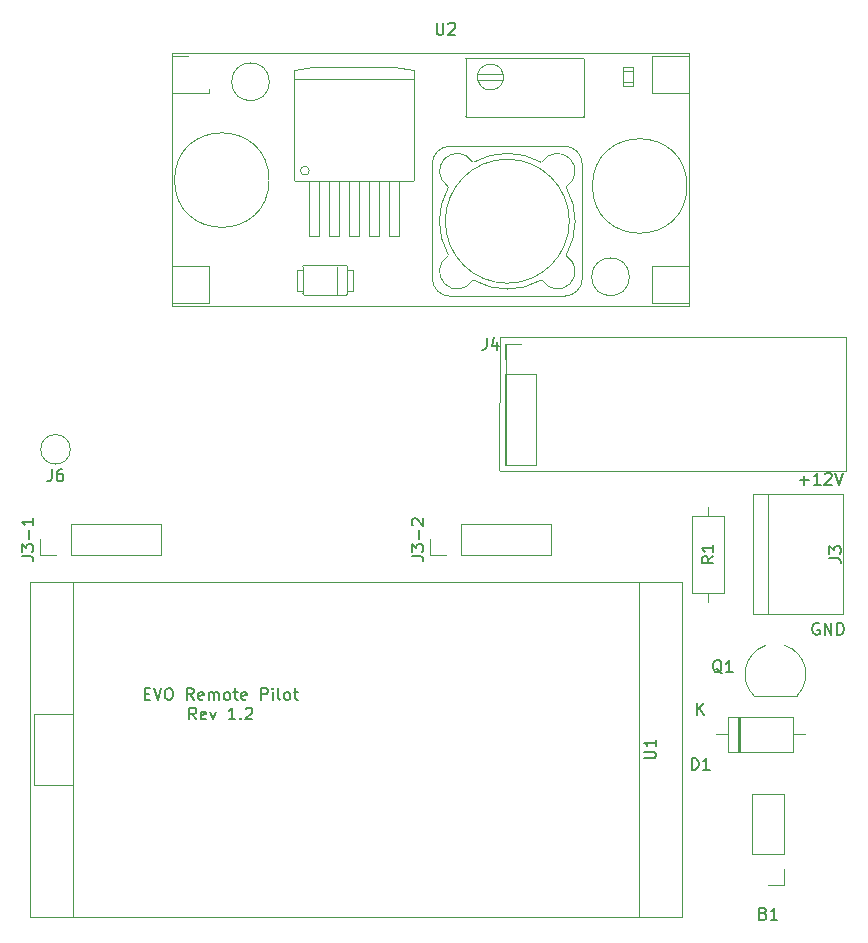
<source format=gbr>
G04 #@! TF.GenerationSoftware,KiCad,Pcbnew,(5.1.6-0)*
G04 #@! TF.CreationDate,2022-05-24T21:55:46+02:00*
G04 #@! TF.ProjectId,ESP32EvoPilotRemote,45535033-3245-4766-9f50-696c6f745265,rev?*
G04 #@! TF.SameCoordinates,Original*
G04 #@! TF.FileFunction,Legend,Top*
G04 #@! TF.FilePolarity,Positive*
%FSLAX46Y46*%
G04 Gerber Fmt 4.6, Leading zero omitted, Abs format (unit mm)*
G04 Created by KiCad (PCBNEW (5.1.6-0)) date 2022-05-24 21:55:46*
%MOMM*%
%LPD*%
G01*
G04 APERTURE LIST*
%ADD10C,0.120000*%
%ADD11C,0.200000*%
%ADD12C,0.150000*%
G04 APERTURE END LIST*
D10*
X132842000Y-107238800D02*
X103632000Y-107238800D01*
X132994400Y-106070400D02*
X132994400Y-107238800D01*
X132994400Y-107238800D02*
X132842000Y-107238800D01*
D11*
X130683095Y-120150000D02*
X130587857Y-120102380D01*
X130445000Y-120102380D01*
X130302142Y-120150000D01*
X130206904Y-120245238D01*
X130159285Y-120340476D01*
X130111666Y-120530952D01*
X130111666Y-120673809D01*
X130159285Y-120864285D01*
X130206904Y-120959523D01*
X130302142Y-121054761D01*
X130445000Y-121102380D01*
X130540238Y-121102380D01*
X130683095Y-121054761D01*
X130730714Y-121007142D01*
X130730714Y-120673809D01*
X130540238Y-120673809D01*
X131159285Y-121102380D02*
X131159285Y-120102380D01*
X131730714Y-121102380D01*
X131730714Y-120102380D01*
X132206904Y-121102380D02*
X132206904Y-120102380D01*
X132445000Y-120102380D01*
X132587857Y-120150000D01*
X132683095Y-120245238D01*
X132730714Y-120340476D01*
X132778333Y-120530952D01*
X132778333Y-120673809D01*
X132730714Y-120864285D01*
X132683095Y-120959523D01*
X132587857Y-121054761D01*
X132445000Y-121102380D01*
X132206904Y-121102380D01*
X129048095Y-108021428D02*
X129810000Y-108021428D01*
X129429047Y-108402380D02*
X129429047Y-107640476D01*
X130810000Y-108402380D02*
X130238571Y-108402380D01*
X130524285Y-108402380D02*
X130524285Y-107402380D01*
X130429047Y-107545238D01*
X130333809Y-107640476D01*
X130238571Y-107688095D01*
X131190952Y-107497619D02*
X131238571Y-107450000D01*
X131333809Y-107402380D01*
X131571904Y-107402380D01*
X131667142Y-107450000D01*
X131714761Y-107497619D01*
X131762380Y-107592857D01*
X131762380Y-107688095D01*
X131714761Y-107830952D01*
X131143333Y-108402380D01*
X131762380Y-108402380D01*
X132048095Y-107402380D02*
X132381428Y-108402380D01*
X132714761Y-107402380D01*
D12*
X73581428Y-126103571D02*
X73914761Y-126103571D01*
X74057619Y-126627380D02*
X73581428Y-126627380D01*
X73581428Y-125627380D01*
X74057619Y-125627380D01*
X74343333Y-125627380D02*
X74676666Y-126627380D01*
X75010000Y-125627380D01*
X75533809Y-125627380D02*
X75724285Y-125627380D01*
X75819523Y-125675000D01*
X75914761Y-125770238D01*
X75962380Y-125960714D01*
X75962380Y-126294047D01*
X75914761Y-126484523D01*
X75819523Y-126579761D01*
X75724285Y-126627380D01*
X75533809Y-126627380D01*
X75438571Y-126579761D01*
X75343333Y-126484523D01*
X75295714Y-126294047D01*
X75295714Y-125960714D01*
X75343333Y-125770238D01*
X75438571Y-125675000D01*
X75533809Y-125627380D01*
X77724285Y-126627380D02*
X77390952Y-126151190D01*
X77152857Y-126627380D02*
X77152857Y-125627380D01*
X77533809Y-125627380D01*
X77629047Y-125675000D01*
X77676666Y-125722619D01*
X77724285Y-125817857D01*
X77724285Y-125960714D01*
X77676666Y-126055952D01*
X77629047Y-126103571D01*
X77533809Y-126151190D01*
X77152857Y-126151190D01*
X78533809Y-126579761D02*
X78438571Y-126627380D01*
X78248095Y-126627380D01*
X78152857Y-126579761D01*
X78105238Y-126484523D01*
X78105238Y-126103571D01*
X78152857Y-126008333D01*
X78248095Y-125960714D01*
X78438571Y-125960714D01*
X78533809Y-126008333D01*
X78581428Y-126103571D01*
X78581428Y-126198809D01*
X78105238Y-126294047D01*
X79010000Y-126627380D02*
X79010000Y-125960714D01*
X79010000Y-126055952D02*
X79057619Y-126008333D01*
X79152857Y-125960714D01*
X79295714Y-125960714D01*
X79390952Y-126008333D01*
X79438571Y-126103571D01*
X79438571Y-126627380D01*
X79438571Y-126103571D02*
X79486190Y-126008333D01*
X79581428Y-125960714D01*
X79724285Y-125960714D01*
X79819523Y-126008333D01*
X79867142Y-126103571D01*
X79867142Y-126627380D01*
X80486190Y-126627380D02*
X80390952Y-126579761D01*
X80343333Y-126532142D01*
X80295714Y-126436904D01*
X80295714Y-126151190D01*
X80343333Y-126055952D01*
X80390952Y-126008333D01*
X80486190Y-125960714D01*
X80629047Y-125960714D01*
X80724285Y-126008333D01*
X80771904Y-126055952D01*
X80819523Y-126151190D01*
X80819523Y-126436904D01*
X80771904Y-126532142D01*
X80724285Y-126579761D01*
X80629047Y-126627380D01*
X80486190Y-126627380D01*
X81105238Y-125960714D02*
X81486190Y-125960714D01*
X81248095Y-125627380D02*
X81248095Y-126484523D01*
X81295714Y-126579761D01*
X81390952Y-126627380D01*
X81486190Y-126627380D01*
X82200476Y-126579761D02*
X82105238Y-126627380D01*
X81914761Y-126627380D01*
X81819523Y-126579761D01*
X81771904Y-126484523D01*
X81771904Y-126103571D01*
X81819523Y-126008333D01*
X81914761Y-125960714D01*
X82105238Y-125960714D01*
X82200476Y-126008333D01*
X82248095Y-126103571D01*
X82248095Y-126198809D01*
X81771904Y-126294047D01*
X83438571Y-126627380D02*
X83438571Y-125627380D01*
X83819523Y-125627380D01*
X83914761Y-125675000D01*
X83962380Y-125722619D01*
X84010000Y-125817857D01*
X84010000Y-125960714D01*
X83962380Y-126055952D01*
X83914761Y-126103571D01*
X83819523Y-126151190D01*
X83438571Y-126151190D01*
X84438571Y-126627380D02*
X84438571Y-125960714D01*
X84438571Y-125627380D02*
X84390952Y-125675000D01*
X84438571Y-125722619D01*
X84486190Y-125675000D01*
X84438571Y-125627380D01*
X84438571Y-125722619D01*
X85057619Y-126627380D02*
X84962380Y-126579761D01*
X84914761Y-126484523D01*
X84914761Y-125627380D01*
X85581428Y-126627380D02*
X85486190Y-126579761D01*
X85438571Y-126532142D01*
X85390952Y-126436904D01*
X85390952Y-126151190D01*
X85438571Y-126055952D01*
X85486190Y-126008333D01*
X85581428Y-125960714D01*
X85724285Y-125960714D01*
X85819523Y-126008333D01*
X85867142Y-126055952D01*
X85914761Y-126151190D01*
X85914761Y-126436904D01*
X85867142Y-126532142D01*
X85819523Y-126579761D01*
X85724285Y-126627380D01*
X85581428Y-126627380D01*
X86200476Y-125960714D02*
X86581428Y-125960714D01*
X86343333Y-125627380D02*
X86343333Y-126484523D01*
X86390952Y-126579761D01*
X86486190Y-126627380D01*
X86581428Y-126627380D01*
X77938571Y-128277380D02*
X77605238Y-127801190D01*
X77367142Y-128277380D02*
X77367142Y-127277380D01*
X77748095Y-127277380D01*
X77843333Y-127325000D01*
X77890952Y-127372619D01*
X77938571Y-127467857D01*
X77938571Y-127610714D01*
X77890952Y-127705952D01*
X77843333Y-127753571D01*
X77748095Y-127801190D01*
X77367142Y-127801190D01*
X78748095Y-128229761D02*
X78652857Y-128277380D01*
X78462380Y-128277380D01*
X78367142Y-128229761D01*
X78319523Y-128134523D01*
X78319523Y-127753571D01*
X78367142Y-127658333D01*
X78462380Y-127610714D01*
X78652857Y-127610714D01*
X78748095Y-127658333D01*
X78795714Y-127753571D01*
X78795714Y-127848809D01*
X78319523Y-127944047D01*
X79129047Y-127610714D02*
X79367142Y-128277380D01*
X79605238Y-127610714D01*
X81271904Y-128277380D02*
X80700476Y-128277380D01*
X80986190Y-128277380D02*
X80986190Y-127277380D01*
X80890952Y-127420238D01*
X80795714Y-127515476D01*
X80700476Y-127563095D01*
X81700476Y-128182142D02*
X81748095Y-128229761D01*
X81700476Y-128277380D01*
X81652857Y-128229761D01*
X81700476Y-128182142D01*
X81700476Y-128277380D01*
X82129047Y-127372619D02*
X82176666Y-127325000D01*
X82271904Y-127277380D01*
X82510000Y-127277380D01*
X82605238Y-127325000D01*
X82652857Y-127372619D01*
X82700476Y-127467857D01*
X82700476Y-127563095D01*
X82652857Y-127705952D01*
X82081428Y-128277380D01*
X82700476Y-128277380D01*
D10*
X103581200Y-107188000D02*
X103632000Y-95910400D01*
X104140000Y-106680000D02*
X104140000Y-96520000D01*
X132994400Y-95910400D02*
X132994400Y-106070400D01*
X103657400Y-95885000D02*
X132867400Y-95885000D01*
X79050000Y-74930000D02*
X79050000Y-75240000D01*
X75920000Y-72080000D02*
X77220000Y-72080000D01*
X75920000Y-75235000D02*
X79050000Y-75240000D01*
X75920000Y-89860000D02*
X79050000Y-89860000D01*
X79050000Y-89860000D02*
X79050000Y-93020000D01*
X75920000Y-93020000D02*
X79050000Y-93020000D01*
X116530000Y-72080000D02*
X119645000Y-72080000D01*
X116530000Y-75240000D02*
X119690000Y-75240000D01*
X116530000Y-75240000D02*
X116530000Y-72080000D01*
X116530000Y-89860000D02*
X119645000Y-89860000D01*
X116530000Y-93020000D02*
X119645000Y-93020000D01*
X116530000Y-93020000D02*
X116530000Y-89860000D01*
X87518179Y-81814594D02*
G75*
G03*
X87518179Y-81814594I-375000J0D01*
G01*
X114629000Y-90805000D02*
G75*
G03*
X114629000Y-90805000I-1599000J0D01*
G01*
X84148999Y-74295000D02*
G75*
G03*
X84148999Y-74295000I-1598999J0D01*
G01*
X109537397Y-86095796D02*
G75*
G03*
X109537397Y-86095796I-5250000J0D01*
G01*
X119499307Y-83115206D02*
G75*
G03*
X119499307Y-83115206I-4000000J0D01*
G01*
X84116666Y-82617418D02*
G75*
G03*
X84116666Y-82617418I-4000000J0D01*
G01*
X90752636Y-90454696D02*
X90752636Y-90360144D01*
X89881358Y-89943217D02*
X89881358Y-92243217D01*
X87480233Y-87356670D02*
X87480233Y-82726670D01*
X88320233Y-87356670D02*
X88320233Y-82726670D01*
X87480233Y-87356670D02*
X88320233Y-87356670D01*
X89180233Y-87356670D02*
X89180233Y-82726670D01*
X90020233Y-87356670D02*
X90020233Y-82726670D01*
X89180233Y-87356670D02*
X90020233Y-87356670D01*
X90880233Y-87356670D02*
X90880233Y-82726670D01*
X91720233Y-87356670D02*
X91720233Y-82726670D01*
X90880233Y-87356670D02*
X91720233Y-87356670D01*
X92580233Y-87356670D02*
X92580233Y-82726670D01*
X93420233Y-87356670D02*
X93420233Y-82726670D01*
X92580233Y-87356670D02*
X93420233Y-87356670D01*
X94280233Y-87356670D02*
X94280233Y-82726670D01*
X95120233Y-87356670D02*
X95120233Y-82726670D01*
X94280233Y-87356670D02*
X95120233Y-87356670D01*
X86219233Y-74664149D02*
X86219233Y-74825687D01*
X86220233Y-82649106D02*
X86220233Y-73297610D01*
X86220233Y-82649106D02*
X86297797Y-82726670D01*
X86297797Y-82726670D02*
X96302670Y-82726670D01*
X96380233Y-82649106D02*
X96380233Y-73297610D01*
X96302670Y-82726670D02*
X96380233Y-82649106D01*
X96380233Y-74086670D02*
X86220233Y-74086670D01*
X86220233Y-73297610D02*
X87870233Y-73006671D01*
X87870233Y-73006671D02*
X94730233Y-73006671D01*
X94730233Y-73006671D02*
X96380233Y-73297610D01*
X86951636Y-92243217D02*
X86951636Y-89943217D01*
X90651636Y-92343217D02*
X87051636Y-92343217D01*
X90751636Y-89943217D02*
X90751636Y-92243217D01*
X87051636Y-89843217D02*
X90651636Y-89843217D01*
X91201636Y-90218217D02*
X91201636Y-91968217D01*
X91201636Y-91968217D02*
X90751636Y-91968217D01*
X90751636Y-90218217D02*
X91201636Y-90218217D01*
X86951636Y-91968217D02*
X86501636Y-91968217D01*
X86501636Y-91968217D02*
X86501636Y-90218217D01*
X86501636Y-90218217D02*
X86951636Y-90218217D01*
X75915000Y-93275000D02*
X119665000Y-93275000D01*
X75915000Y-71825000D02*
X75915000Y-93275000D01*
X119665000Y-71825000D02*
X75915000Y-71825000D01*
X119665000Y-93275000D02*
X119665000Y-71825000D01*
X114918681Y-73040296D02*
X114118681Y-73040296D01*
X114118681Y-73360296D02*
X114918681Y-73360296D01*
X97937397Y-81245796D02*
X97937397Y-90945796D01*
X109137397Y-79745796D02*
X99437397Y-79745796D01*
X110637397Y-90945796D02*
X110637397Y-81245796D01*
X99437397Y-92445796D02*
X109137397Y-92445796D01*
X101830553Y-74142294D02*
X103909014Y-74142294D01*
X103909014Y-73642295D02*
X101830553Y-73642295D01*
X101806385Y-73610900D02*
X101830553Y-73642295D01*
X101818594Y-73667294D02*
X101830553Y-73642295D01*
X101818594Y-73667294D02*
X101794147Y-73662062D01*
X101818594Y-73667294D02*
X101825764Y-73636075D01*
X100819783Y-72292295D02*
X110719783Y-72292295D01*
X100769783Y-77242294D02*
X100769783Y-72342295D01*
X110719783Y-77292294D02*
X100819783Y-77292294D01*
X110769783Y-72342295D02*
X110769783Y-77242294D01*
X109328978Y-72291295D02*
X109284106Y-72291295D01*
X109412312Y-72291295D02*
X109378357Y-72291295D01*
X114918681Y-74320295D02*
X114118681Y-74320295D01*
X114918681Y-74640295D02*
X114118681Y-74640295D01*
X114918681Y-73040296D02*
X114918681Y-74640295D01*
X114118681Y-74640295D02*
X114118681Y-73040296D01*
X110719783Y-72292295D02*
G75*
G02*
X110769783Y-72342295I0J-50000D01*
G01*
X100819783Y-77292294D02*
G75*
G02*
X100769783Y-77242294I0J50000D01*
G01*
X100769783Y-72342295D02*
G75*
G02*
X100819783Y-72292295I50000J0D01*
G01*
X110769783Y-77242294D02*
G75*
G02*
X110719783Y-77292294I-50000J0D01*
G01*
X101794147Y-74122527D02*
G75*
G02*
X101806385Y-74173690I1075636J230233D01*
G01*
X107257183Y-81059531D02*
G75*
G02*
X107123011Y-81093617I-84857J52908D01*
G01*
X99285217Y-88931409D02*
G75*
G02*
X99251132Y-89065582I-86994J-49316D01*
G01*
X99251131Y-83126011D02*
G75*
G02*
X99285218Y-83260183I-52908J-84857D01*
G01*
X101451783Y-81093618D02*
G75*
G02*
X101317611Y-81059531I-49315J86995D01*
G01*
X99251132Y-83126011D02*
G75*
G02*
X101317611Y-81059531I793624J1272855D01*
G01*
X109323662Y-89065582D02*
G75*
G02*
X107257183Y-91132062I-793624J-1272855D01*
G01*
X101451784Y-81093617D02*
G75*
G02*
X107123011Y-81093617I2835613J-5002179D01*
G01*
X99285218Y-88931410D02*
G75*
G02*
X99285218Y-83260183I5002179J2835614D01*
G01*
X101317611Y-91132062D02*
G75*
G02*
X99251132Y-89065582I-1272855J793625D01*
G01*
X107123011Y-91097975D02*
G75*
G02*
X107257183Y-91132062I49315J-86995D01*
G01*
X99437397Y-92445796D02*
G75*
G02*
X97937397Y-90945796I0J1500000D01*
G01*
X109137397Y-79745796D02*
G75*
G02*
X110637397Y-81245796I0J-1500000D01*
G01*
X97937397Y-81245796D02*
G75*
G02*
X99437397Y-79745796I1500000J0D01*
G01*
X101317611Y-91132062D02*
G75*
G02*
X101451783Y-91097976I84857J-52908D01*
G01*
X107257183Y-81059531D02*
G75*
G02*
X109323662Y-83126011I1272855J-793625D01*
G01*
X110637397Y-90945796D02*
G75*
G02*
X109137397Y-92445796I-1500000J0D01*
G01*
X109289576Y-83260183D02*
G75*
G02*
X109289576Y-88931410I-5002179J-2835613D01*
G01*
X109323663Y-89065582D02*
G75*
G02*
X109289576Y-88931410I52908J84857D01*
G01*
X107123011Y-91097976D02*
G75*
G02*
X101451783Y-91097976I-2835614J5002180D01*
G01*
X109289577Y-83260184D02*
G75*
G02*
X109323662Y-83126011I86994J49316D01*
G01*
X86951636Y-89943217D02*
G75*
G02*
X87051636Y-89843217I100000J0D01*
G01*
X90651636Y-89843217D02*
G75*
G02*
X90751636Y-89943217I0J-100000D01*
G01*
X90751636Y-92243217D02*
G75*
G02*
X90651636Y-92343217I-100000J0D01*
G01*
X87051636Y-92343217D02*
G75*
G02*
X86951636Y-92243217I0J100000D01*
G01*
X64240000Y-127810000D02*
X67540000Y-127810000D01*
X64240000Y-133810000D02*
X64240000Y-127810000D01*
X67540000Y-133810000D02*
X64240000Y-133810000D01*
X115400000Y-135543333D02*
X115400000Y-126076667D01*
X64640000Y-145010000D02*
X63840000Y-145010000D01*
X63840000Y-145010000D02*
X63840000Y-116610000D01*
X119040000Y-145010000D02*
X64640000Y-145010000D01*
X119040000Y-116610000D02*
X119040000Y-145010000D01*
X119040000Y-116610000D02*
X63840000Y-116610000D01*
X115400000Y-116610001D02*
X67480000Y-116610000D01*
X67480000Y-116610000D02*
X67480000Y-145009999D01*
X67480000Y-145009999D02*
X115400000Y-145010000D01*
X115400000Y-145010000D02*
X115400000Y-135543333D01*
X115400000Y-126076667D02*
X115400000Y-116610001D01*
X126365000Y-119380000D02*
X126365000Y-109220000D01*
X125095000Y-119380000D02*
X132715000Y-119380000D01*
X132715000Y-119380000D02*
X132715000Y-109220000D01*
X132715000Y-109220000D02*
X125095000Y-109220000D01*
X125095000Y-109220000D02*
X125095000Y-119380000D01*
X125200000Y-126310000D02*
X128800000Y-126310000D01*
X128808445Y-126287684D02*
G75*
G03*
X127780000Y-122010000I-1808445J1827684D01*
G01*
X125188125Y-126301741D02*
G75*
G02*
X126180000Y-122010000I1811875J1841741D01*
G01*
X127695000Y-134560000D02*
X125035000Y-134560000D01*
X127695000Y-139700000D02*
X127695000Y-134560000D01*
X125035000Y-139700000D02*
X125035000Y-134560000D01*
X127695000Y-139700000D02*
X125035000Y-139700000D01*
X127695000Y-140970000D02*
X127695000Y-142300000D01*
X127695000Y-142300000D02*
X126365000Y-142300000D01*
X108010000Y-114360000D02*
X108010000Y-111700000D01*
X100330000Y-114360000D02*
X108010000Y-114360000D01*
X100330000Y-111700000D02*
X108010000Y-111700000D01*
X100330000Y-114360000D02*
X100330000Y-111700000D01*
X99060000Y-114360000D02*
X97730000Y-114360000D01*
X97730000Y-114360000D02*
X97730000Y-113030000D01*
X64710000Y-114360000D02*
X64710000Y-113030000D01*
X66040000Y-114360000D02*
X64710000Y-114360000D01*
X67310000Y-114360000D02*
X67310000Y-111700000D01*
X67310000Y-111700000D02*
X74990000Y-111700000D01*
X67310000Y-114360000D02*
X74990000Y-114360000D01*
X74990000Y-114360000D02*
X74990000Y-111700000D01*
X104080000Y-106740000D02*
X106740000Y-106740000D01*
X104080000Y-99060000D02*
X104080000Y-106740000D01*
X106740000Y-99060000D02*
X106740000Y-106740000D01*
X104080000Y-99060000D02*
X106740000Y-99060000D01*
X104080000Y-97790000D02*
X104080000Y-96460000D01*
X104080000Y-96460000D02*
X105410000Y-96460000D01*
X123010000Y-128070000D02*
X123010000Y-131010000D01*
X123010000Y-131010000D02*
X128450000Y-131010000D01*
X128450000Y-131010000D02*
X128450000Y-128070000D01*
X128450000Y-128070000D02*
X123010000Y-128070000D01*
X121990000Y-129540000D02*
X123010000Y-129540000D01*
X129470000Y-129540000D02*
X128450000Y-129540000D01*
X123910000Y-128070000D02*
X123910000Y-131010000D01*
X124030000Y-128070000D02*
X124030000Y-131010000D01*
X123790000Y-128070000D02*
X123790000Y-131010000D01*
X67291000Y-105410000D02*
G75*
G03*
X67291000Y-105410000I-1251000J0D01*
G01*
X122655000Y-111030000D02*
X119915000Y-111030000D01*
X119915000Y-111030000D02*
X119915000Y-117570000D01*
X119915000Y-117570000D02*
X122655000Y-117570000D01*
X122655000Y-117570000D02*
X122655000Y-111030000D01*
X121285000Y-110260000D02*
X121285000Y-111030000D01*
X121285000Y-118340000D02*
X121285000Y-117570000D01*
D12*
X98298095Y-69302380D02*
X98298095Y-70111904D01*
X98345714Y-70207142D01*
X98393333Y-70254761D01*
X98488571Y-70302380D01*
X98679047Y-70302380D01*
X98774285Y-70254761D01*
X98821904Y-70207142D01*
X98869523Y-70111904D01*
X98869523Y-69302380D01*
X99298095Y-69397619D02*
X99345714Y-69350000D01*
X99440952Y-69302380D01*
X99679047Y-69302380D01*
X99774285Y-69350000D01*
X99821904Y-69397619D01*
X99869523Y-69492857D01*
X99869523Y-69588095D01*
X99821904Y-69730952D01*
X99250476Y-70302380D01*
X99869523Y-70302380D01*
X115852380Y-131571904D02*
X116661904Y-131571904D01*
X116757142Y-131524285D01*
X116804761Y-131476666D01*
X116852380Y-131381428D01*
X116852380Y-131190952D01*
X116804761Y-131095714D01*
X116757142Y-131048095D01*
X116661904Y-131000476D01*
X115852380Y-131000476D01*
X116852380Y-130000476D02*
X116852380Y-130571904D01*
X116852380Y-130286190D02*
X115852380Y-130286190D01*
X115995238Y-130381428D01*
X116090476Y-130476666D01*
X116138095Y-130571904D01*
X131532380Y-114633333D02*
X132246666Y-114633333D01*
X132389523Y-114680952D01*
X132484761Y-114776190D01*
X132532380Y-114919047D01*
X132532380Y-115014285D01*
X131532380Y-114252380D02*
X131532380Y-113633333D01*
X131913333Y-113966666D01*
X131913333Y-113823809D01*
X131960952Y-113728571D01*
X132008571Y-113680952D01*
X132103809Y-113633333D01*
X132341904Y-113633333D01*
X132437142Y-113680952D01*
X132484761Y-113728571D01*
X132532380Y-113823809D01*
X132532380Y-114109523D01*
X132484761Y-114204761D01*
X132437142Y-114252380D01*
X122459761Y-124372619D02*
X122364523Y-124325000D01*
X122269285Y-124229761D01*
X122126428Y-124086904D01*
X122031190Y-124039285D01*
X121935952Y-124039285D01*
X121983571Y-124277380D02*
X121888333Y-124229761D01*
X121793095Y-124134523D01*
X121745476Y-123944047D01*
X121745476Y-123610714D01*
X121793095Y-123420238D01*
X121888333Y-123325000D01*
X121983571Y-123277380D01*
X122174047Y-123277380D01*
X122269285Y-123325000D01*
X122364523Y-123420238D01*
X122412142Y-123610714D01*
X122412142Y-123944047D01*
X122364523Y-124134523D01*
X122269285Y-124229761D01*
X122174047Y-124277380D01*
X121983571Y-124277380D01*
X123364523Y-124277380D02*
X122793095Y-124277380D01*
X123078809Y-124277380D02*
X123078809Y-123277380D01*
X122983571Y-123420238D01*
X122888333Y-123515476D01*
X122793095Y-123563095D01*
X125960238Y-144708571D02*
X126103095Y-144756190D01*
X126150714Y-144803809D01*
X126198333Y-144899047D01*
X126198333Y-145041904D01*
X126150714Y-145137142D01*
X126103095Y-145184761D01*
X126007857Y-145232380D01*
X125626904Y-145232380D01*
X125626904Y-144232380D01*
X125960238Y-144232380D01*
X126055476Y-144280000D01*
X126103095Y-144327619D01*
X126150714Y-144422857D01*
X126150714Y-144518095D01*
X126103095Y-144613333D01*
X126055476Y-144660952D01*
X125960238Y-144708571D01*
X125626904Y-144708571D01*
X127150714Y-145232380D02*
X126579285Y-145232380D01*
X126865000Y-145232380D02*
X126865000Y-144232380D01*
X126769761Y-144375238D01*
X126674523Y-144470476D01*
X126579285Y-144518095D01*
X96182380Y-114458571D02*
X96896666Y-114458571D01*
X97039523Y-114506190D01*
X97134761Y-114601428D01*
X97182380Y-114744285D01*
X97182380Y-114839523D01*
X96182380Y-114077619D02*
X96182380Y-113458571D01*
X96563333Y-113791904D01*
X96563333Y-113649047D01*
X96610952Y-113553809D01*
X96658571Y-113506190D01*
X96753809Y-113458571D01*
X96991904Y-113458571D01*
X97087142Y-113506190D01*
X97134761Y-113553809D01*
X97182380Y-113649047D01*
X97182380Y-113934761D01*
X97134761Y-114030000D01*
X97087142Y-114077619D01*
X96801428Y-113030000D02*
X96801428Y-112268095D01*
X96277619Y-111839523D02*
X96230000Y-111791904D01*
X96182380Y-111696666D01*
X96182380Y-111458571D01*
X96230000Y-111363333D01*
X96277619Y-111315714D01*
X96372857Y-111268095D01*
X96468095Y-111268095D01*
X96610952Y-111315714D01*
X97182380Y-111887142D01*
X97182380Y-111268095D01*
X63162380Y-114458571D02*
X63876666Y-114458571D01*
X64019523Y-114506190D01*
X64114761Y-114601428D01*
X64162380Y-114744285D01*
X64162380Y-114839523D01*
X63162380Y-114077619D02*
X63162380Y-113458571D01*
X63543333Y-113791904D01*
X63543333Y-113649047D01*
X63590952Y-113553809D01*
X63638571Y-113506190D01*
X63733809Y-113458571D01*
X63971904Y-113458571D01*
X64067142Y-113506190D01*
X64114761Y-113553809D01*
X64162380Y-113649047D01*
X64162380Y-113934761D01*
X64114761Y-114030000D01*
X64067142Y-114077619D01*
X63781428Y-113030000D02*
X63781428Y-112268095D01*
X64162380Y-111268095D02*
X64162380Y-111839523D01*
X64162380Y-111553809D02*
X63162380Y-111553809D01*
X63305238Y-111649047D01*
X63400476Y-111744285D01*
X63448095Y-111839523D01*
X102536666Y-95972380D02*
X102536666Y-96686666D01*
X102489047Y-96829523D01*
X102393809Y-96924761D01*
X102250952Y-96972380D01*
X102155714Y-96972380D01*
X103441428Y-96305714D02*
X103441428Y-96972380D01*
X103203333Y-95924761D02*
X102965238Y-96639047D01*
X103584285Y-96639047D01*
X119911904Y-132532380D02*
X119911904Y-131532380D01*
X120150000Y-131532380D01*
X120292857Y-131580000D01*
X120388095Y-131675238D01*
X120435714Y-131770476D01*
X120483333Y-131960952D01*
X120483333Y-132103809D01*
X120435714Y-132294285D01*
X120388095Y-132389523D01*
X120292857Y-132484761D01*
X120150000Y-132532380D01*
X119911904Y-132532380D01*
X121435714Y-132532380D02*
X120864285Y-132532380D01*
X121150000Y-132532380D02*
X121150000Y-131532380D01*
X121054761Y-131675238D01*
X120959523Y-131770476D01*
X120864285Y-131818095D01*
X120388095Y-127892380D02*
X120388095Y-126892380D01*
X120959523Y-127892380D02*
X120530952Y-127320952D01*
X120959523Y-126892380D02*
X120388095Y-127463809D01*
X65706666Y-107112380D02*
X65706666Y-107826666D01*
X65659047Y-107969523D01*
X65563809Y-108064761D01*
X65420952Y-108112380D01*
X65325714Y-108112380D01*
X66611428Y-107112380D02*
X66420952Y-107112380D01*
X66325714Y-107160000D01*
X66278095Y-107207619D01*
X66182857Y-107350476D01*
X66135238Y-107540952D01*
X66135238Y-107921904D01*
X66182857Y-108017142D01*
X66230476Y-108064761D01*
X66325714Y-108112380D01*
X66516190Y-108112380D01*
X66611428Y-108064761D01*
X66659047Y-108017142D01*
X66706666Y-107921904D01*
X66706666Y-107683809D01*
X66659047Y-107588571D01*
X66611428Y-107540952D01*
X66516190Y-107493333D01*
X66325714Y-107493333D01*
X66230476Y-107540952D01*
X66182857Y-107588571D01*
X66135238Y-107683809D01*
X121737380Y-114466666D02*
X121261190Y-114800000D01*
X121737380Y-115038095D02*
X120737380Y-115038095D01*
X120737380Y-114657142D01*
X120785000Y-114561904D01*
X120832619Y-114514285D01*
X120927857Y-114466666D01*
X121070714Y-114466666D01*
X121165952Y-114514285D01*
X121213571Y-114561904D01*
X121261190Y-114657142D01*
X121261190Y-115038095D01*
X121737380Y-113514285D02*
X121737380Y-114085714D01*
X121737380Y-113800000D02*
X120737380Y-113800000D01*
X120880238Y-113895238D01*
X120975476Y-113990476D01*
X121023095Y-114085714D01*
M02*

</source>
